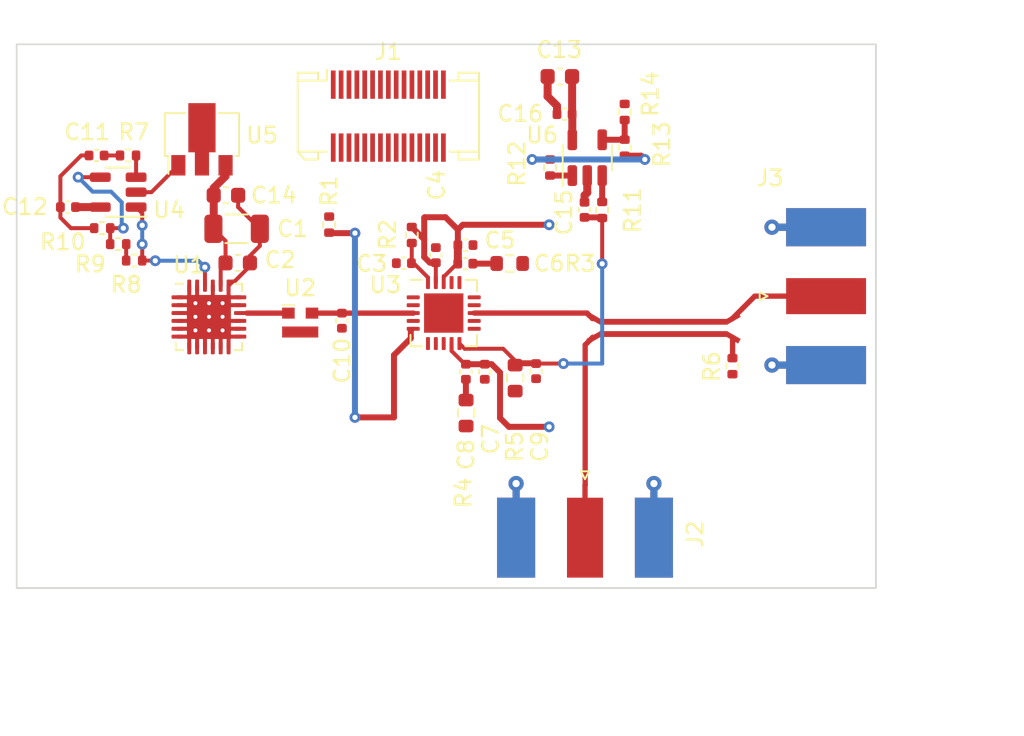
<source format=kicad_pcb>
(kicad_pcb (version 20210824) (generator pcbnew)
  (layers (0 "F.Cu" signal) (1 "In1.Cu" signal) (2 "In2.Cu" signal) (31 "B.Cu" signal) (34 "B.Paste" user) (35 "F.Paste" user) (36 "B.SilkS" user "B.Silkscreen") (37 "F.SilkS" user "F.Silkscreen") (38 "B.Mask" user) (39 "F.Mask" user) (44 "Edge.Cuts" user))
  (net 0 "")
  (net 1 "/3V0")
  (net 2 "GND")
  (net 3 "Net-(C3-Pad1)")
  (net 4 "+5V")
  (net 5 "Net-(C6-Pad2)")
  (net 6 "Net-(C8-Pad2)")
  (net 7 "/PA_DET")
  (net 8 "/DAC")
  (net 9 "+10V")
  (net 10 "+3V3")
  (net 15 "/PA_DET_G")
  (net 20 "/PA_EN")
  (net 21 "Net-(R7-Pad2)")
  (net 22 "/VTUNE")
  (net 23 "Net-(R8-Pad2)")
  (net 24 "Net-(R10-Pad1)")
  (net 25 "Net-(R11-Pad2)")
  (net 26 "Net-(R12-Pad2)")
  (net 27 "Net-(R13-Pad2)")
  (net 29 "/RF_I_PAMP")
  (net 30 "/RF_COUPLER_4")
  (net 31 "/RF_COUPLER_2")
  (net 32 "/RF_COUPLER_3")
  (net 33 "/RF_O_PAMP")
  (net 34 "/RF_O_VCO")
  (footprint "Capacitor_SMD:C_0603_1608Metric" (layer "F.Cu") (at 120.97 67.65)
    (fp_text reference "C14" (at 3.048 0) (layer "F.SilkS"))
    (fp_text value "1 uF")
    (pad "1" smd roundrect locked (at -0.775 0) (size 0.9 0.95) (layers "F.Cu" "F.Paste" "F.Mask") (net 1 "/3V0"))
    (pad "2" smd roundrect locked (at 0.775 0) (size 0.9 0.95) (layers "F.Cu" "F.Paste" "F.Mask") (net 2 "GND"))
  )
  (footprint "Connector_Molex:Molex_SlimStack_52991-0308_2x15_P0.50mm_Vertical" (layer "F.Cu") (at 131.29 62.62)
    (fp_text reference "J1" (at 0 -4.1) (layer "F.SilkS"))
    (fp_text value "Conn_02x15_Counter_Clockwise")
    (pad "1" smd rect locked (at -3.5 -2) (size 0.3 1.8) (layers "F.Cu" "F.Paste" "F.Mask") (net 2 "GND"))
    (pad "2" smd rect locked (at -3.5 2) (size 0.3 1.8) (layers "F.Cu" "F.Paste" "F.Mask") (net 10 "+3V3"))
    (pad "3" smd rect locked (at -3 -2) (size 0.3 1.8) (layers "F.Cu" "F.Paste" "F.Mask") (net 2 "GND"))
    (pad "4" smd rect locked (at -3 2) (size 0.3 1.8) (layers "F.Cu" "F.Paste" "F.Mask") (net 10 "+3V3"))
    (pad "5" smd rect locked (at -2.5 -2) (size 0.3 1.8) (layers "F.Cu" "F.Paste" "F.Mask") (net 10 "+3V3"))
    (pad "6" smd rect locked (at -2.5 2) (size 0.3 1.8) (layers "F.Cu" "F.Paste" "F.Mask") (net 10 "+3V3"))
    (pad "7" smd rect locked (at -2 -2) (size 0.3 1.8) (layers "F.Cu" "F.Paste" "F.Mask") (net 2 "GND"))
    (pad "8" smd rect locked (at -2 2) (size 0.3 1.8) (layers "F.Cu" "F.Paste" "F.Mask") (net 4 "+5V"))
    (pad "9" smd rect locked (at -1.5 -2) (size 0.3 1.8) (layers "F.Cu" "F.Paste" "F.Mask") (net 4 "+5V"))
    (pad "10" smd rect locked (at -1.5 2) (size 0.3 1.8) (layers "F.Cu" "F.Paste" "F.Mask") (net 4 "+5V"))
    (pad "11" smd rect locked (at -1 -2) (size 0.3 1.8) (layers "F.Cu" "F.Paste" "F.Mask") (net 2 "GND"))
    (pad "12" smd rect locked (at -1 2) (size 0.3 1.8) (layers "F.Cu" "F.Paste" "F.Mask") (net 4 "+5V"))
    (pad "13" smd rect locked (at -0.5 -2) (size 0.3 1.8) (layers "F.Cu" "F.Paste" "F.Mask") (net 2 "GND"))
    (pad "14" smd rect locked (at -0.5 2) (size 0.3 1.8) (layers "F.Cu" "F.Paste" "F.Mask") (net 9 "+10V"))
    (pad "15" smd rect locked (at 0 -2) (size 0.3 1.8) (layers "F.Cu" "F.Paste" "F.Mask") (net 2 "GND"))
    (pad "16" smd rect locked (at 0 2) (size 0.3 1.8) (layers "F.Cu" "F.Paste" "F.Mask") (net 10 "+3V3"))
    (pad "17" smd rect locked (at 0.5 -2) (size 0.3 1.8) (layers "F.Cu" "F.Paste" "F.Mask") (net 10 "+3V3"))
    (pad "18" smd rect locked (at 0.5 2) (size 0.3 1.8) (layers "F.Cu" "F.Paste" "F.Mask") (net 2 "GND"))
    (pad "19" smd rect locked (at 1 -2) (size 0.3 1.8) (layers "F.Cu" "F.Paste" "F.Mask"))
    (pad "20" smd rect locked (at 1 2) (size 0.3 1.8) (layers "F.Cu" "F.Paste" "F.Mask"))
    (pad "21" smd rect locked (at 1.5 -2) (size 0.3 1.8) (layers "F.Cu" "F.Paste" "F.Mask") (net 2 "GND"))
    (pad "22" smd rect locked (at 1.5 2) (size 0.3 1.8) (layers "F.Cu" "F.Paste" "F.Mask"))
    (pad "23" smd rect locked (at 2 -2) (size 0.3 1.8) (layers "F.Cu" "F.Paste" "F.Mask"))
    (pad "24" smd rect locked (at 2 2) (size 0.3 1.8) (layers "F.Cu" "F.Paste" "F.Mask"))
    (pad "25" smd rect locked (at 2.5 -2) (size 0.3 1.8) (layers "F.Cu" "F.Paste" "F.Mask"))
    (pad "26" smd rect locked (at 2.5 2) (size 0.3 1.8) (layers "F.Cu" "F.Paste" "F.Mask") (net 2 "GND"))
    (pad "27" smd rect locked (at 3 -2) (size 0.3 1.8) (layers "F.Cu" "F.Paste" "F.Mask"))
    (pad "28" smd rect locked (at 3 2) (size 0.3 1.8) (layers "F.Cu" "F.Paste" "F.Mask"))
    (pad "29" smd rect locked (at 3.5 -2) (size 0.3 1.8) (layers "F.Cu" "F.Paste" "F.Mask") (net 15 "/PA_DET_G"))
    (pad "30" smd rect locked (at 3.5 2) (size 0.3 1.8) (layers "F.Cu" "F.Paste" "F.Mask") (net 20 "/PA_EN"))
  )
  (footprint "RF_Converter:RF_Attenuator_Susumu_PAT1220" (layer "F.Cu") (at 125.69 75.74)
    (fp_text reference "U2" (at 0 -2.2) (layer "F.SilkS"))
    (fp_text value "PAT1220-C-10DB")
    (pad "1" smd rect locked (at -0.75 -0.6) (size 0.8 0.7) (layers "F.Cu" "F.Paste" "F.Mask") (net 34 "/RF_O_VCO"))
    (pad "2" smd rect locked (at 0.75 -0.6) (size 0.8 0.7) (layers "F.Cu" "F.Paste" "F.Mask") (net 29 "/RF_I_PAMP"))
    (pad "3" smd rect locked (at 0 0.6) (size 2.3 0.7) (layers "F.Cu" "F.Paste" "F.Mask") (net 2 "GND"))
  )
  (footprint "Resistor_SMD:R_0402_1005Metric" (layer "F.Cu") (at 127.53 69.515 90)
    (fp_text reference "R1" (at 2.14 0 90) (layer "F.SilkS"))
    (fp_text value "50k")
    (pad "1" smd roundrect locked (at -0.51 0 90) (size 0.54 0.64) (layers "F.Cu" "F.Paste" "F.Mask") (net 20 "/PA_EN"))
    (pad "2" smd roundrect locked (at 0.51 0 90) (size 0.54 0.64) (layers "F.Cu" "F.Paste" "F.Mask") (net 2 "GND"))
  )
  (footprint "Package_DFN_QFN:QFN-24-1EP_4x4mm_P0.5mm_EP2.8x2.8mm" (layer "F.Cu") (at 119.888 75.384)
    (fp_text reference "U1" (at -1.27 -3.302) (layer "F.SilkS"))
    (fp_text value "HMC431")
    (pad "1" smd roundrect locked (at -1.9875 -1.25) (size 0.775 0.25) (layers "F.Cu" "F.Paste" "F.Mask") (net 2 "GND"))
    (pad "2" smd roundrect locked (at -1.9875 -0.75) (size 0.775 0.25) (layers "F.Cu" "F.Paste" "F.Mask") (net 2 "GND"))
    (pad "3" smd roundrect locked (at -1.9875 -0.25) (size 0.775 0.25) (layers "F.Cu" "F.Paste" "F.Mask") (net 2 "GND"))
    (pad "4" smd roundrect locked (at -1.9875 0.25) (size 0.775 0.25) (layers "F.Cu" "F.Paste" "F.Mask") (net 2 "GND"))
    (pad "5" smd roundrect locked (at -1.9875 0.75) (size 0.775 0.25) (layers "F.Cu" "F.Paste" "F.Mask") (net 2 "GND"))
    (pad "6" smd roundrect locked (at -1.9875 1.25) (size 0.775 0.25) (layers "F.Cu" "F.Paste" "F.Mask") (net 2 "GND"))
    (pad "7" smd roundrect locked (at -1.25 1.9875) (size 0.25 0.775) (layers "F.Cu" "F.Paste" "F.Mask") (net 2 "GND"))
    (pad "8" smd roundrect locked (at -0.75 1.9875) (size 0.25 0.775) (layers "F.Cu" "F.Paste" "F.Mask") (net 2 "GND"))
    (pad "9" smd roundrect locked (at -0.25 1.9875) (size 0.25 0.775) (layers "F.Cu" "F.Paste" "F.Mask") (net 2 "GND"))
    (pad "10" smd roundrect locked (at 0.25 1.9875) (size 0.25 0.775) (layers "F.Cu" "F.Paste" "F.Mask") (net 2 "GND"))
    (pad "11" smd roundrect locked (at 0.75 1.9875) (size 0.25 0.775) (layers "F.Cu" "F.Paste" "F.Mask") (net 2 "GND"))
    (pad "12" smd roundrect locked (at 1.25 1.9875) (size 0.25 0.775) (layers "F.Cu" "F.Paste" "F.Mask") (net 2 "GND"))
    (pad "13" smd roundrect locked (at 1.9875 1.25) (size 0.775 0.25) (layers "F.Cu" "F.Paste" "F.Mask") (net 2 "GND"))
    (pad "14" smd roundrect locked (at 1.9875 0.75) (size 0.775 0.25) (layers "F.Cu" "F.Paste" "F.Mask") (net 2 "GND"))
    (pad "15" smd roundrect locked (at 1.9875 0.25) (size 0.775 0.25) (layers "F.Cu" "F.Paste" "F.Mask") (net 2 "GND"))
    (pad "16" smd roundrect locked (at 1.9875 -0.25) (size 0.775 0.25) (layers "F.Cu" "F.Paste" "F.Mask") (net 34 "/RF_O_VCO"))
    (pad "17" smd roundrect locked (at 1.9875 -0.75) (size 0.775 0.25) (layers "F.Cu" "F.Paste" "F.Mask") (net 2 "GND"))
    (pad "18" smd roundrect locked (at 1.9875 -1.25) (size 0.775 0.25) (layers "F.Cu" "F.Paste" "F.Mask") (net 2 "GND"))
    (pad "19" smd roundrect locked (at 1.25 -1.9875) (size 0.25 0.775) (layers "F.Cu" "F.Paste" "F.Mask") (net 2 "GND"))
    (pad "20" smd roundrect locked (at 0.75 -1.9875) (size 0.25 0.775) (layers "F.Cu" "F.Paste" "F.Mask") (net 1 "/3V0"))
    (pad "21" smd roundrect locked (at 0.25 -1.9875) (size 0.25 0.775) (layers "F.Cu" "F.Paste" "F.Mask") (net 2 "GND"))
    (pad "22" smd roundrect locked (at -0.25 -1.9875) (size 0.25 0.775) (layers "F.Cu" "F.Paste" "F.Mask") (net 22 "/VTUNE"))
    (pad "23" smd roundrect locked (at -0.75 -1.9875) (size 0.25 0.775) (layers "F.Cu" "F.Paste" "F.Mask") (net 2 "GND"))
    (pad "24" smd roundrect locked (at -1.25 -1.9875) (size 0.25 0.775) (layers "F.Cu" "F.Paste" "F.Mask") (net 2 "GND"))
    (pad "25" smd rect locked (at 0 0) (size 2.8 2.8) (layers "F.Cu" "F.Mask") (net 2 "GND"))
  )
  (footprint "Resistor_SMD:R_0402_1005Metric" (layer "F.Cu") (at 141.57 65.885 90)
    (fp_text reference "R12" (at 0.24 -2.1 90) (layer "F.SilkS"))
    (fp_text value "10k")
    (pad "1" smd roundrect locked (at -0.51 0 90) (size 0.54 0.64) (layers "F.Cu" "F.Paste" "F.Mask") (net 15 "/PA_DET_G"))
    (pad "2" smd roundrect locked (at 0.51 0 90) (size 0.54 0.64) (layers "F.Cu" "F.Paste" "F.Mask") (net 26 "Net-(R12-Pad2)"))
  )
  (footprint "Capacitor_SMD:C_0402_1005Metric" (layer "F.Cu") (at 110.93 68.4 180)
    (fp_text reference "C12" (at 2.74 0.02) (layer "F.SilkS"))
    (fp_text value "100n")
    (pad "1" smd roundrect locked (at -0.48 0 180) (size 0.56 0.62) (layers "F.Cu" "F.Paste" "F.Mask") (net 9 "+10V"))
    (pad "2" smd roundrect locked (at 0.48 0 180) (size 0.56 0.62) (layers "F.Cu" "F.Paste" "F.Mask") (net 2 "GND"))
  )
  (footprint "Resistor_SMD:R_0402_1005Metric" (layer "F.Cu") (at 146.31 62.355 90)
    (fp_text reference "R14" (at 1.14 1.63 90) (layer "F.SilkS"))
    (fp_text value "10k")
    (pad "1" smd roundrect locked (at -0.51 0 90) (size 0.54 0.64) (layers "F.Cu" "F.Paste" "F.Mask") (net 27 "Net-(R13-Pad2)"))
    (pad "2" smd roundrect locked (at 0.51 0 90) (size 0.54 0.64) (layers "F.Cu" "F.Paste" "F.Mask") (net 2 "GND"))
  )
  (footprint "Capacitor_SMD:C_1206_3216Metric" (layer "F.Cu") (at 121.65 69.78)
    (fp_text reference "C1" (at 3.556 0) (layer "F.SilkS"))
    (fp_text value "4.7 uF")
    (pad "1" smd roundrect locked (at -1.475 0) (size 1.15 1.8) (layers "F.Cu" "F.Paste" "F.Mask") (roundrect_rratio 0.217391) (net 1 "/3V0"))
    (pad "2" smd roundrect locked (at 1.475 0) (size 1.15 1.8) (layers "F.Cu" "F.Paste" "F.Mask") (roundrect_rratio 0.217391) (net 2 "GND"))
  )
  (footprint "Resistor_SMD:R_0603_1608Metric" (layer "F.Cu") (at 136.230002 81.489989 90)
    (fp_text reference "R4" (at -5.065011 -0.170002 90) (layer "F.SilkS"))
    (fp_text value "2")
    (pad "1" smd roundrect locked (at -0.825 0 90) (size 0.8 0.95) (layers "F.Cu" "F.Paste" "F.Mask") (net 2 "GND"))
    (pad "2" smd roundrect locked (at 0.825 0 90) (size 0.8 0.95) (layers "F.Cu" "F.Paste" "F.Mask") (net 6 "Net-(C8-Pad2)"))
  )
  (footprint "Resistor_SMD:R_0402_1005Metric" (layer "F.Cu") (at 144.88 68.585 90)
    (fp_text reference "R11" (at -0.02 1.93 90) (layer "F.SilkS"))
    (fp_text value "100")
    (pad "1" smd roundrect locked (at -0.51 0 90) (size 0.54 0.64) (layers "F.Cu" "F.Paste" "F.Mask") (net 7 "/PA_DET"))
    (pad "2" smd roundrect locked (at 0.51 0 90) (size 0.54 0.64) (layers "F.Cu" "F.Paste" "F.Mask") (net 25 "Net-(R11-Pad2)"))
  )
  (footprint "Package_DFN_QFN:QFN-20-1EP_4x4mm_P0.5mm_EP2.5x2.5mm" (layer "F.Cu") (at 134.81 75.135)
    (fp_text reference "U3" (at -3.71 -1.79) (layer "F.SilkS"))
    (fp_text value "TQP5525")
    (pad "1" smd roundrect locked (at -1.9375 -1) (size 0.825 0.25) (layers "F.Cu" "F.Paste" "F.Mask") (net 2 "GND"))
    (pad "2" smd roundrect locked (at -1.9375 -0.5) (size 0.825 0.25) (layers "F.Cu" "F.Paste" "F.Mask") (net 2 "GND"))
    (pad "3" smd roundrect locked (at -1.9375 0) (size 0.825 0.25) (layers "F.Cu" "F.Paste" "F.Mask") (net 29 "/RF_I_PAMP"))
    (pad "4" smd roundrect locked (at -1.9375 0.5) (size 0.825 0.25) (layers "F.Cu" "F.Paste" "F.Mask") (net 2 "GND"))
    (pad "5" smd roundrect locked (at -1.9375 1) (size 0.825 0.25) (layers "F.Cu" "F.Paste" "F.Mask") (net 20 "/PA_EN"))
    (pad "6" smd roundrect locked (at -1 1.9375) (size 0.25 0.825) (layers "F.Cu" "F.Paste" "F.Mask"))
    (pad "7" smd roundrect locked (at -0.5 1.9375) (size 0.25 0.825) (layers "F.Cu" "F.Paste" "F.Mask"))
    (pad "8" smd roundrect locked (at 0 1.9375) (size 0.25 0.825) (layers "F.Cu" "F.Paste" "F.Mask"))
    (pad "9" smd roundrect locked (at 0.5 1.9375) (size 0.25 0.825) (layers "F.Cu" "F.Paste" "F.Mask") (net 4 "+5V"))
    (pad "10" smd roundrect locked (at 1 1.9375) (size 0.25 0.825) (layers "F.Cu" "F.Paste" "F.Mask") (net 7 "/PA_DET"))
    (pad "11" smd roundrect locked (at 1.9375 1) (size 0.825 0.25) (layers "F.Cu" "F.Paste" "F.Mask") (net 2 "GND"))
    (pad "12" smd roundrect locked (at 1.9375 0.5) (size 0.825 0.25) (layers "F.Cu" "F.Paste" "F.Mask") (net 2 "GND"))
    (pad "13" smd roundrect locked (at 1.9375 0) (size 0.825 0.25) (layers "F.Cu" "F.Paste" "F.Mask") (net 33 "/RF_O_PAMP"))
    (pad "14" smd roundrect locked (at 1.9375 -0.5) (size 0.825 0.25) (layers "F.Cu" "F.Paste" "F.Mask") (net 2 "GND"))
    (pad "15" smd roundrect locked (at 1.9375 -1) (size 0.825 0.25) (layers "F.Cu" "F.Paste" "F.Mask") (net 2 "GND"))
    (pad "16" smd roundrect locked (at 1 -1.9375) (size 0.25 0.825) (layers "F.Cu" "F.Paste" "F.Mask") (net 2 "GND"))
    (pad "17" smd roundrect locked (at 0.5 -1.9375) (size 0.25 0.825) (layers "F.Cu" "F.Paste" "F.Mask") (net 2 "GND"))
    (pad "18" smd roundrect locked (at 0 -1.9375) (size 0.25 0.825) (layers "F.Cu" "F.Paste" "F.Mask") (net 4 "+5V"))
    (pad "19" smd roundrect locked (at -0.5 -1.9375) (size 0.25 0.825) (layers "F.Cu" "F.Paste" "F.Mask") (net 4 "+5V"))
    (pad "20" smd roundrect locked (at -1 -1.9375) (size 0.25 0.825) (layers "F.Cu" "F.Paste" "F.Mask") (net 3 "Net-(C3-Pad1)"))
    (pad "21" smd rect locked (at 0 0) (size 2.5 2.5) (layers "F.Cu" "F.Mask") (net 2 "GND"))
  )
  (footprint "Capacitor_SMD:C_0402_1005Metric" (layer "F.Cu") (at 140.68 78.825 -90)
    (fp_text reference "C9" (at 4.805 -0.23 90) (layer "F.SilkS"))
    (fp_text value "220 pF")
    (pad "1" smd roundrect locked (at -0.48 0 270) (size 0.56 0.62) (layers "F.Cu" "F.Paste" "F.Mask") (net 7 "/PA_DET"))
    (pad "2" smd roundrect locked (at 0.48 0 270) (size 0.56 0.62) (layers "F.Cu" "F.Paste" "F.Mask") (net 2 "GND"))
  )
  (footprint "Capacitor_SMD:C_0402_1005Metric" (layer "F.Cu") (at 134.31 71.455 90)
    (fp_text reference "C4" (at 4.45 0.05 90) (layer "F.SilkS"))
    (fp_text value "0.1 uF")
    (pad "1" smd roundrect locked (at -0.48 0 90) (size 0.56 0.62) (layers "F.Cu" "F.Paste" "F.Mask") (net 4 "+5V"))
    (pad "2" smd roundrect locked (at 0.48 0 90) (size 0.56 0.62) (layers "F.Cu" "F.Paste" "F.Mask") (net 2 "GND"))
  )
  (footprint "Capacitor_SMD:C_0402_1005Metric" (layer "F.Cu") (at 136.22 78.865 -90)
    (fp_text reference "C8" (at 5.27 -0.01 90) (layer "F.SilkS"))
    (fp_text value "220 pF")
    (pad "1" smd roundrect locked (at -0.48 0 270) (size 0.56 0.62) (layers "F.Cu" "F.Paste" "F.Mask") (net 4 "+5V"))
    (pad "2" smd roundrect locked (at 0.48 0 270) (size 0.56 0.62) (layers "F.Cu" "F.Paste" "F.Mask") (net 6 "Net-(C8-Pad2)"))
  )
  (footprint "Capacitor_SMD:C_0402_1005Metric" (layer "F.Cu") (at 137.42 78.865 90)
    (fp_text reference "C7" (at -4.275 0.37 90) (layer "F.SilkS"))
    (fp_text value "10 uF")
    (pad "1" smd roundrect locked (at -0.48 0 90) (size 0.56 0.62) (layers "F.Cu" "F.Paste" "F.Mask") (net 2 "GND"))
    (pad "2" smd roundrect locked (at 0.48 0 90) (size 0.56 0.62) (layers "F.Cu" "F.Paste" "F.Mask") (net 4 "+5V"))
  )
  (footprint "Connector_Coaxial:SMA_Molex_73251-1153_EdgeMount_Horizontal" (layer "F.Cu") (at 143.79 87.69 90)
    (fp_text reference "J2" (at -1.5 7 90) (layer "F.SilkS"))
    (fp_text value "PCB edge")
    (pad "1" smd rect (at -1.72 0 90) (size 5.08 2.29) (layers "F.Cu" "F.Paste" "F.Mask") (net 30 "/RF_COUPLER_4"))
    (pad "2" smd rect (at 1.27 4.38 90) (size 0.95 0.46) (layers "B.Cu") (net 2 "GND"))
    (pad "2" smd rect (at -1.72 4.38 90) (size 5.08 2.42) (layers "F.Cu" "F.Paste" "F.Mask") (net 2 "GND"))
    (pad "2" smd rect (at 1.27 4.38 90) (size 0.95 0.46) (layers "F.Cu") (net 2 "GND"))
    (pad "2" smd rect (at -1.72 4.38 90) (size 5.08 2.42) (layers "B.Cu" "B.Paste" "B.Mask") (net 2 "GND"))
    (pad "2" thru_hole circle (at 1.72 4.38 90) (size 0.97 0.97) (drill 0.46) (layers *.Cu) (net 2 "GND"))
    (pad "2" smd rect (at -1.72 -4.38 90) (size 5.08 2.42) (layers "F.Cu" "F.Paste" "F.Mask") (net 2 "GND"))
    (pad "2" smd rect (at 1.27 -4.38 90) (size 0.95 0.46) (layers "F.Cu") (net 2 "GND"))
    (pad "2" smd rect (at -1.72 -4.38 90) (size 5.08 2.42) (layers "B.Cu" "B.Paste" "B.Mask") (net 2 "GND"))
    (pad "2" thru_hole circle (at 1.72 -4.38 90) (size 0.97 0.97) (drill 0.46) (layers *.Cu) (net 2 "GND"))
    (pad "2" smd rect (at 1.27 -4.38 90) (size 0.95 0.46) (layers "B.Cu") (net 2 "GND"))
  )
  (footprint "Package_TO_SOT_SMD:SOT-23-5" (layer "F.Cu") (at 114.124 67.452 180)
    (fp_text reference "U4" (at -3.236 -1.138) (layer "F.SilkS"))
    (fp_text value "TS971ILT")
    (pad "1" smd roundrect locked (at -1.1375 -0.95 180) (size 1.325 0.6) (layers "F.Cu" "F.Paste" "F.Mask") (net 22 "/VTUNE"))
    (pad "2" smd roundrect locked (at -1.1375 0 180) (size 1.325 0.6) (layers "F.Cu" "F.Paste" "F.Mask") (net 2 "GND"))
    (pad "3" smd roundrect locked (at -1.1375 0.95 180) (size 1.325 0.6) (layers "F.Cu" "F.Paste" "F.Mask") (net 21 "Net-(R7-Pad2)"))
    (pad "4" smd roundrect locked (at 1.1375 0.95 180) (size 1.325 0.6) (layers "F.Cu" "F.Paste" "F.Mask") (net 24 "Net-(R10-Pad1)"))
    (pad "5" smd roundrect locked (at 1.1375 -0.95 180) (size 1.325 0.6) (layers "F.Cu" "F.Paste" "F.Mask") (net 9 "+10V"))
  )
  (footprint "Resistor_SMD:R_0402_1005Metric" (layer "F.Cu") (at 153.160007 78.510001 -90)
    (fp_text reference "R6" (at 0.03 1.31 90) (layer "F.SilkS"))
    (fp_text value "49.9")
    (pad "1" smd roundrect locked (at -0.51 0 270) (size 0.54 0.64) (layers "F.Cu" "F.Paste" "F.Mask") (net 32 "/RF_COUPLER_3"))
    (pad "2" smd roundrect locked (at 0.51 0 270) (size 0.54 0.64) (layers "F.Cu" "F.Paste" "F.Mask") (net 2 "GND"))
  )
  (footprint "Resistor_SMD:R_0402_1005Metric" (layer "F.Cu") (at 113.108 69.738 180)
    (fp_text reference "R10" (at 2.508 -0.882) (layer "F.SilkS"))
    (fp_text value "10k")
    (pad "1" smd roundrect locked (at -0.51 0 180) (size 0.54 0.64) (layers "F.Cu" "F.Paste" "F.Mask") (net 24 "Net-(R10-Pad1)"))
    (pad "2" smd roundrect locked (at 0.51 0 180) (size 0.54 0.64) (layers "F.Cu" "F.Paste" "F.Mask") (net 2 "GND"))
  )
  (footprint "Connector_Coaxial:SMA_Molex_73251-1153_EdgeMount_Horizontal" (layer "F.Cu") (at 157.390007 74.060001 180)
    (fp_text reference "J3" (at 1.84 7.498) (layer "F.SilkS"))
    (fp_text value "PCB edge")
    (pad "1" smd rect (at -1.72 0 180) (size 5.08 2.29) (layers "F.Cu" "F.Paste" "F.Mask") (net 31 "/RF_COUPLER_2"))
    (pad "2" smd rect (at 1.27 4.38 180) (size 0.95 0.46) (layers "B.Cu") (net 2 "GND"))
    (pad "2" smd rect (at 1.27 4.38 180) (size 0.95 0.46) (layers "F.Cu") (net 2 "GND"))
    (pad "2" thru_hole circle (at 1.72 -4.38 180) (size 0.97 0.97) (drill 0.46) (layers *.Cu) (net 2 "GND"))
    (pad "2" smd rect (at -1.72 4.38 180) (size 5.08 2.42) (layers "F.Cu" "F.Paste" "F.Mask") (net 2 "GND"))
    (pad "2" smd rect (at -1.72 -4.38 180) (size 5.08 2.42) (layers "B.Cu" "B.Paste" "B.Mask") (net 2 "GND"))
    (pad "2" smd rect (at 1.27 -4.38 180) (size 0.95 0.46) (layers "B.Cu") (net 2 "GND"))
    (pad "2" smd rect (at 1.27 -4.38 180) (size 0.95 0.46) (layers "F.Cu") (net 2 "GND"))
    (pad "2" smd rect (at -1.72 -4.38 180) (size 5.08 2.42) (layers "F.Cu" "F.Paste" "F.Mask") (net 2 "GND"))
    (pad "2" thru_hole circle (at 1.72 4.38 180) (size 0.97 0.97) (drill 0.46) (layers *.Cu) (net 2 "GND"))
    (pad "2" smd rect (at -1.72 4.38 180) (size 5.08 2.42) (layers "B.Cu" "B.Paste" "B.Mask") (net 2 "GND"))
  )
  (footprint "Package_TO_SOT_SMD:SOT-23-5" (layer "F.Cu") (at 143.932 65.261 90)
    (fp_text reference "U6" (at 1.436 -2.872 180) (layer "F.SilkS"))
    (fp_text value "TS971ILT")
    (pad "1" smd roundrect locked (at -1.1375 -0.95 90) (size 1.325 0.6) (layers "F.Cu" "F.Paste" "F.Mask") (net 15 "/PA_DET_G"))
    (pad "2" smd roundrect locked (at -1.1375 0 90) (size 1.325 0.6) (layers "F.Cu" "F.Paste" "F.Mask") (net 2 "GND"))
    (pad "3" smd roundrect locked (at -1.1375 0.95 90) (size 1.325 0.6) (layers "F.Cu" "F.Paste" "F.Mask") (net 25 "Net-(R11-Pad2)"))
    (pad "4" smd roundrect locked (at 1.1375 0.95 90) (size 1.325 0.6) (layers "F.Cu" "F.Paste" "F.Mask") (net 27 "Net-(R13-Pad2)"))
    (pad "5" smd roundrect locked (at 1.1375 -0.95 90) (size 1.325 0.6) (layers "F.Cu" "F.Paste" "F.Mask") (net 10 "+3V3"))
  )
  (footprint "Capacitor_SMD:C_0402_1005Metric" (layer "F.Cu") (at 136.19 70.815)
    (fp_text reference "C5" (at 2.19 -0.31) (layer "F.SilkS"))
    (fp_text value "10 uF")
    (pad "1" smd roundrect locked (at -0.48 0) (size 0.56 0.62) (layers "F.Cu" "F.Paste" "F.Mask") (net 4 "+5V"))
    (pad "2" smd roundrect locked (at 0.48 0) (size 0.56 0.62) (layers "F.Cu" "F.Paste" "F.Mask") (net 2 "GND"))
  )
  (footprint "Resistor_SMD:R_0402_1005Metric" (layer "F.Cu") (at 132.78 70.175 -90)
    (fp_text reference "R2" (at -0.02 1.54 90) (layer "F.SilkS"))
    (fp_text value "27")
    (pad "1" smd roundrect locked (at -0.51 0 270) (size 0.54 0.64) (layers "F.Cu" "F.Paste" "F.Mask") (net 4 "+5V"))
    (pad "2" smd roundrect locked (at 0.51 0 270) (size 0.54 0.64) (layers "F.Cu" "F.Paste" "F.Mask") (net 3 "Net-(C3-Pad1)"))
  )
  (footprint "Resistor_SMD:R_0603_1608Metric" (layer "F.Cu") (at 139.35 79.27 -90)
    (fp_text reference "R5" (at 4.36 0.03 90) (layer "F.SilkS"))
    (fp_text value "27.4k")
    (pad "1" smd roundrect locked (at -0.825 0 270) (size 0.8 0.95) (layers "F.Cu" "F.Paste" "F.Mask") (net 7 "/PA_DET"))
    (pad "2" smd roundrect locked (at 0.825 0 270) (size 0.8 0.95) (layers "F.Cu" "F.Paste" "F.Mask") (net 2 "GND"))
  )
  (footprint "Resistor_SMD:R_0402_1005Metric" (layer "F.Cu") (at 115.14 71.8 180)
    (fp_text reference "R8" (at 0.508 -1.524) (layer "F.SilkS"))
    (fp_text value "10k")
    (pad "1" smd roundrect locked (at -0.51 0 180) (size 0.54 0.64) (layers "F.Cu" "F.Paste" "F.Mask") (net 22 "/VTUNE"))
    (pad "2" smd roundrect locked (at 0.51 0 180) (size 0.54 0.64) (layers "F.Cu" "F.Paste" "F.Mask") (net 23 "Net-(R8-Pad2)"))
  )
  (footprint "Capacitor_SMD:C_0402_1005Metric" (layer "F.Cu") (at 143.76 68.575 -90)
    (fp_text reference "C15" (at 0.17 1.31 90) (layer "F.SilkS"))
    (fp_text value "100n")
    (pad "1" smd roundrect locked (at -0.48 0 270) (size 0.56 0.62) (layers "F.Cu" "F.Paste" "F.Mask") (net 2 "GND"))
    (pad "2" smd roundrect locked (at 0.48 0 270) (size 0.56 0.62) (layers "F.Cu" "F.Paste" "F.Mask") (net 7 "/PA_DET"))
  )
  (footprint "Capacitor_SMD:C_0402_1005Metric" (layer "F.Cu") (at 112.75 65.12)
    (fp_text reference "C11" (at -0.6 -1.49) (layer "F.SilkS"))
    (fp_text value "100n")
    (pad "1" smd roundrect locked (at -0.48 0) (size 0.56 0.62) (layers "F.Cu" "F.Paste" "F.Mask") (net 2 "GND"))
    (pad "2" smd roundrect locked (at 0.48 0) (size 0.56 0.62) (layers "F.Cu" "F.Paste" "F.Mask") (net 8 "/DAC"))
  )
  (footprint "RF_traces:-24 dB coupler 5.5 GHz OSHpark 4 layers" (layer "F.Cu") (at 148.78 76.08)
    (fp_text reference "RF1" hide)
    (fp_text value "Coupler")
    (fp_rect (start -4.03958 -0.573993) (end 4.03958 -0.203247) (layer "F.Cu") (width 0) (fill solid))
    (fp_rect (start -4.03958 0.573993) (end 4.03958 0.203247) (layer "F.Cu") (width 0) (fill solid))
    (pad "1" smd rect (at -4.388 -0.6 330) (size 1 0.338074) (layers "F.Cu" "F.Mask") (net 33 "/RF_O_PAMP"))
    (pad "2" smd rect (at 4.388 -0.6 30) (size 1 0.338074) (layers "F.Cu" "F.Mask") (net 31 "/RF_COUPLER_2"))
    (pad "3" smd rect (at 4.388 0.6 330) (size 1 0.338074) (layers "F.Cu" "F.Mask") (net 32 "/RF_COUPLER_3"))
    (pad "4" smd rect (at -4.388 0.6 30) (size 1 0.338074) (layers "F.Cu" "F.Mask") (net 30 "/RF_COUPLER_4"))
  )
  (footprint "Resistor_SMD:R_0402_1005Metric" (layer "F.Cu") (at 114.124 70.754 180)
    (fp_text reference "R9" (at 1.778 -1.27) (layer "F.SilkS"))
    (fp_text value "10k")
    (pad "1" smd roundrect locked (at -0.51 0 180) (size 0.54 0.64) (layers "F.Cu" "F.Paste" "F.Mask") (net 23 "Net-(R8-Pad2)"))
    (pad "2" smd roundrect locked (at 0.51 0 180) (size 0.54 0.64) (layers "F.Cu" "F.Paste" "F.Mask") (net 24 "Net-(R10-Pad1)"))
  )
  (footprint "Package_TO_SOT_SMD:SOT-89-3" (layer "F.Cu") (at 119.446 64.094 90)
    (fp_text reference "U5" (at 0.254 3.81 180) (layer "F.SilkS"))
    (fp_text value "MCP1700T-3002E/MB")
    (pad "1" smd rect locked (at -1.65 -1.5 90) (size 1.3 0.9) (layers "F.Cu" "F.Paste" "F.Mask") (net 2 "GND"))
    (pad "2" smd custom locked (at -1.5625 0 90) (size 1.475 0.9) (layers "F.Cu" "F.Paste" "F.Mask") (net 10 "+3V3") (options (clearance outline) (anchor rect)) (primitives (gr_poly (pts (xy 3.8625 0.8665) (xy 0.7375 0.8665) (xy 0.7375 -0.8665) (xy 3.8625 -0.8665)) (width 0) (fill yes))))
    (pad "3" smd rect locked (at -1.65 1.5 90) (size 1.3 0.9) (layers "F.Cu" "F.Paste" "F.Mask") (net 1 "/3V0"))
  )
  (footprint "Capacitor_SMD:C_0402_1005Metric" (layer "F.Cu") (at 136.18 71.995)
    (fp_text reference "C6" (at 5.33 -0.015) (layer "F.SilkS"))
    (fp_text value "220 pF")
    (pad "1" smd roundrect locked (at -0.48 0) (size 0.56 0.62) (layers "F.Cu" "F.Paste" "F.Mask") (net 4 "+5V"))
    (pad "2" smd roundrect locked (at 0.48 0) (size 0.56 0.62) (layers "F.Cu" "F.Paste" "F.Mask") (net 5 "Net-(C6-Pad2)"))
  )
  (footprint "Capacitor_SMD:C_0603_1608Metric" (layer "F.Cu") (at 121.72 71.95)
    (fp_text reference "C2" (at 2.69 -0.2) (layer "F.SilkS"))
    (fp_text value "10,000 pF")
    (pad "1" smd roundrect locked (at -0.775 0) (size 0.9 0.95) (layers "F.Cu" "F.Paste" "F.Mask") (net 1 "/3V0"))
    (pad "2" smd roundrect locked (at 0.775 0) (size 0.9 0.95) (layers "F.Cu" "F.Paste" "F.Mask") (net 2 "GND"))
  )
  (footprint "Resistor_SMD:R_0402_1005Metric" (layer "F.Cu") (at 114.75 65.12)
    (fp_text reference "R7" (at 0.37 -1.49) (layer "F.SilkS"))
    (fp_text value "100")
    (pad "1" smd roundrect locked (at -0.51 0) (size 0.54 0.64) (layers "F.Cu" "F.Paste" "F.Mask") (net 8 "/DAC"))
    (pad "2" smd roundrect locked (at 0.51 0) (size 0.54 0.64) (layers "F.Cu" "F.Paste" "F.Mask") (net 21 "Net-(R7-Pad2)"))
  )
  (footprint "Resistor_SMD:R_0603_1608Metric" (layer "F.Cu") (at 139 71.985 180)
    (fp_text reference "R3" (at -4.48 0.005) (layer "F.SilkS"))
    (fp_text value "2")
    (pad "1" smd roundrect locked (at -0.825 0 180) (size 0.8 0.95) (layers "F.Cu" "F.Paste" "F.Mask") (net 2 "GND"))
    (pad "2" smd roundrect locked (at 0.825 0 180) (size 0.8 0.95) (layers "F.Cu" "F.Paste" "F.Mask") (net 5 "Net-(C6-Pad2)"))
  )
  (footprint "Resistor_SMD:R_0402_1005Metric" (layer "F.Cu") (at 146.31 64.625 90)
    (fp_text reference "R13" (at 0.21 2.37 90) (layer "F.SilkS"))
    (fp_text value "10k")
    (pad "1" smd roundrect locked (at -0.51 0 90) (size 0.54 0.64) (layers "F.Cu" "F.Paste" "F.Mask") (net 26 "Net-(R12-Pad2)"))
    (pad "2" smd roundrect locked (at 0.51 0 90) (size 0.54 0.64) (layers "F.Cu" "F.Paste" "F.Mask") (net 27 "Net-(R13-Pad2)"))
  )
  (footprint "Capacitor_SMD:C_0603_1608Metric" (layer "F.Cu") (at 142.19 60.105 180)
    (fp_text reference "C13" (at 0.04 1.7) (layer "F.SilkS"))
    (fp_text value "1 uF")
    (pad "1" smd roundrect locked (at -0.775 0 180) (size 0.9 0.95) (layers "F.Cu" "F.Paste" "F.Mask") (net 10 "+3V3"))
    (pad "2" smd roundrect locked (at 0.775 0 180) (size 0.9 0.95) (layers "F.Cu" "F.Paste" "F.Mask") (net 2 "GND"))
  )
  (footprint "Capacitor_SMD:C_0402_1005Metric" (layer "F.Cu") (at 128.34 75.62 -90)
    (fp_text reference "C10" (at 2.54 -0.02 90) (layer "F.SilkS"))
    (fp_text value "0.3 pF")
    (pad "1" smd roundrect locked (at -0.48 0 270) (size 0.56 0.62) (layers "F.Cu" "F.Paste" "F.Mask") (net 29 "/RF_I_PAMP"))
    (pad "2" smd roundrect locked (at 0.48 0 270) (size 0.56 0.62) (layers "F.Cu" "F.Paste" "F.Mask") (net 2 "GND"))
  )
  (footprint "Capacitor_SMD:C_0402_1005Metric" (layer "F.Cu") (at 142.49 62.495 180)
    (fp_text reference "C16" (at 2.81 0.04) (layer "F.SilkS"))
    (fp_text value "100n")
    (pad "1" smd roundrect locked (at -0.48 0 180) (size 0.56 0.62) (layers "F.Cu" "F.Paste" "F.Mask") (net 10 "+3V3"))
    (pad "2" smd roundrect locked (at 0.48 0 180) (size 0.56 0.62) (layers "F.Cu" "F.Paste" "F.Mask") (net 2 "GND"))
  )
  (footprint "Capacitor_SMD:C_0402_1005Metric" (layer "F.Cu") (at 132.28 71.965 180)
    (fp_text reference "C3" (at 2.05 -0.03) (layer "F.SilkS"))
    (fp_text value "0.1 uF")
    (pad "1" smd roundrect locked (at -0.48 0 180) (size 0.56 0.62) (layers "F.Cu" "F.Paste" "F.Mask") (net 3 "Net-(C3-Pad1)"))
    (pad "2" smd roundrect locked (at 0.48 0 180) (size 0.56 0.62) (layers "F.Cu" "F.Paste" "F.Mask") (net 2 "GND"))
  )
  (gr_line (start 121.130009 73.11) (end 121.420001 73.11) (layer "F.Cu") (width 0.2))
  (gr_rect (start 107.67 58.06) (end 162.28 92.61) (layer "Edge.Cuts") (width 0.1) (fill none))
  (segment (start 120.638 72.257) (end 120.945 71.95) (width 0.254) (layer "F.Cu") (net 1))
  (segment (start 120.945 70.55) (end 120.175 69.78) (width 0.254) (layer "F.Cu") (net 1))
  (segment (start 120.195 67.185) (end 120.946 66.434) (width 0.508) (layer "F.Cu") (net 1))
  (segment (start 120.638 73.3965) (end 120.638 72.257) (width 0.254) (layer "F.Cu") (net 1))
  (segment (start 120.19501 67.650004) (end 120.19501 69.760008) (width 0.508) (layer "F.Cu") (net 1))
  (segment (start 120.195 67.65) (end 120.195 67.185) (width 0.508) (layer "F.Cu") (net 1))
  (segment (start 120.945 71.95) (end 120.945 70.55) (width 0.254) (layer "F.Cu") (net 1))
  (segment (start 120.946 66.434) (end 120.946 65.744) (width 0.508) (layer "F.Cu") (net 1))
  (segment (start 120.195 69.76) (end 120.175 69.78) (width 0.254) (layer "F.Cu") (net 1))
  (segment (start 120.638 77.3715) (end 120.638 76.134) (width 0.254) (layer "F.Cu") (net 2))
  (segment (start 142.01 62.495) (end 142.01 61.965) (width 0.508) (layer "F.Cu") (net 2))
  (segment (start 120.138 73.3965) (end 120.138 75.134) (width 0.254) (layer "F.Cu") (net 2))
  (segment (start 120.638 74.634) (end 119.888 75.384) (width 0.254) (layer "F.Cu") (net 2))
  (segment (start 119.138 77.3715) (end 119.138 76.134) (width 0.254) (layer "F.Cu") (net 2))
  (segment (start 117.9005 74.134) (end 118.638 74.134) (width 0.254) (layer "F.Cu") (net 2))
  (segment (start 117.9005 75.134) (end 119.638 75.134) (width 0.254) (layer "F.Cu") (net 2))
  (segment (start 141.41 61.365) (end 141.415 61.36) (width 0.508) (layer "F.Cu") (net 2))
  (segment (start 112.598 69.738) (end 111.118 69.738) (width 0.254) (layer "F.Cu") (net 2))
  (segment (start 117.9005 75.634) (end 119.638 75.634) (width 0.254) (layer "F.Cu") (net 2))
  (segment (start 141.415 61.36) (end 141.415 60.105) (width 0.508) (layer "F.Cu") (net 2))
  (segment (start 122.495 71.95) (end 122.495 71.495) (width 0.254) (layer "F.Cu") (net 2))
  (segment (start 119.138 73.3965) (end 119.138 74.634) (width 0.254) (layer "F.Cu") (net 2))
  (segment (start 121.138 73.3965) (end 121.4045 73.13) (width 0.254) (layer "F.Cu") (net 2))
  (segment (start 110.45 68.4) (end 110.45 66.44) (width 0.254) (layer "F.Cu") (net 2))
  (segment (start 120.638 76.134) (end 119.888 75.384) (width 0.254) (layer "F.Cu") (net 2))
  (segment (start 121.8755 76.634) (end 121.138 76.634) (width 0.254) (layer "F.Cu") (net 2))
  (segment (start 122.495 71.495) (end 123.125 70.865) (width 0.254) (layer "F.Cu") (net 2))
  (segment (start 143.76 67.655) (end 143.932 67.483) (width 0.508) (layer "F.Cu") (net 2))
  (segment (start 122.495 72.1475) (end 122.495 71.95) (width 0.254) (layer "F.Cu") (net 2))
  (segment (start 117.9005 76.634) (end 118.638 76.634) (width 0.254) (layer "F.Cu") (net 2))
  (segment (start 121.745 68.4) (end 123.125 69.78) (width 0.254) (layer "F.Cu") (net 2))
  (segment (start 121.8755 76.134) (end 120.638 76.134) (width 0.254) (layer "F.Cu") (net 2))
  (segment (start 121.138 74.134) (end 119.888 75.384) (width 0.254) (layer "F.Cu") (net 2))
  (segment (start 110.45 66.44) (end 111.77 65.12) (width 0.254) (layer "F.Cu") (net 2))
  (segment (start 116.238 67.452) (end 117.946 65.744) (width 0.254) (layer "F.Cu") (net 2))
  (segment (start 142.01 61.965) (end 141.41 61.365) (width 0.508) (layer "F.Cu") (net 2))
  (segment (start 111.77 65.12) (end 112.27 65.12) (width 0.254) (layer "F.Cu") (net 2))
  (segment (start 121.138 73.3965) (end 121.138 74.134) (width 0.254) (layer "F.Cu") (net 2))
  (segment (start 120.138 75.634) (end 119.888 75.384) (width 0.254) (layer "F.Cu") (net 2))
  (segment (start 119.638 77.3715) (end 119.638 75.634) (width 0.254) (layer "F.Cu") (net 2))
  (segment (start 120.138 75.134) (end 119.888 75.384) (width 0.254) (layer "F.Cu") (net 2))
  (segment (start 118.638 77.3715) (end 118.638 76.634) (width 0.254) (layer "F.Cu") (net 2))
  (segment (start 143.76 68.095) (end 143.76 67.655) (width 0.508) (layer "F.Cu") (net 2))
  (segment (start 121.745 67.65) (end 121.745 68.4) (width 0.254) (layer "F.Cu") (net 2))
  (segment (start 121.8755 74.634) (end 120.638 74.634) (width 0.254) (layer "F.Cu") (net 2))
  (segment (start 121.138 77.3715) (end 121.138 76.634) (width 0.254) (layer "F.Cu") (net 2))
  (segment (start 119.138 76.134) (end 119.888 75.384) (width 0.254) (layer "F.Cu") (net 2))
  (segment (start 110.45 69.07) (end 110.45 68.4) (width 0.254) (layer "F.Cu") (net 2))
  (segment (start 117.9005 74.634) (end 119.138 74.634) (width 0.254) (layer "F.Cu") (net 2))
  (segment (start 118.638 74.134) (end 119.888 75.384) (width 0.254) (layer "F.Cu") (net 2))
  (segment (start 121.8755 74.134) (end 121.138 74.134) (width 0.254) (layer "F.Cu") (net 2))
  (segment (start 119.638 75.134) (end 119.888 75.384) (width 0.254) (layer "F.Cu") (net 2))
  (segment (start 117.9005 76.134) (end 119.138 76.134) (width 0.254) (layer "F.Cu") (net 2))
  (segment (start 121.138 76.634) (end 119.888 75.384) (width 0.254) (layer "F.Cu") (net 2))
  (segment (start 118.638 76.634) (end 119.888 75.384) (width 0.254) (layer "F.Cu") (net 2))
  (segment (start 119.138 74.634) (end 119.888 75.384) (width 0.254) (layer "F.Cu") (net 2))
  (segment (start 118.638 73.3965) (end 118.638 74.134) (width 0.254) (layer "F.Cu") (net 2))
  (segment (start 121.4045 73.13) (end 121.5125 73.13) (width 0.254) (layer "F.Cu") (net 2))
  (segment (start 123.125 70.865) (end 123.125 69.78) (width 0.254) (layer "F.Cu") (net 2))
  (segment (start 111.118 69.738) (end 110.45 69.07) (width 0.254) (layer "F.Cu") (net 2))
  (segment (start 121.5125 73.13) (end 122.495 72.1475) (width 0.254) (layer "F.Cu") (net 2))
  (segment (start 121.8755 75.634) (end 120.138 75.634) (width 0.254) (layer "F.Cu") (net 2))
  (segment (start 115.2615 67.452) (end 116.238 67.452) (width 0.254) (layer "F.Cu") (net 2))
  (segment (start 119.638 75.634) (end 119.888 75.384) (width 0.254) (layer "F.Cu") (net 2))
  (segment (start 120.138 77.3715) (end 120.138 75.634) (width 0.254) (layer "F.Cu") (net 2))
  (segment (start 143.932 67.483) (end 143.932 66.3985) (width 0.508) (layer "F.Cu") (net 2))
  (via (at 119.89422 75.37286) (size 0.25401) (drill 0.254) (layers "F.Cu" "B.Cu") (net 2))
  (via (at 120.75782 74.50926) (size 0.25401) (drill 0.254) (layers "F.Cu" "B.Cu") (net 2))
  (via (at 119.89422 74.50926) (size 0.25401) (drill 0.254) (layers "F.Cu" "B.Cu") (net 2))
  (via (at 119.03062 74.50926) (size 0.25401) (drill 0.254) (layers "F.Cu" "B.Cu") (net 2))
  (via (at 120.75782 75.37286) (size 0.25401) (drill 0.254) (layers "F.Cu" "B.Cu") (net 2))
  (via (at 120.75782 76.23646) (size 0.25401) (drill 0.254) (layers "F.Cu" "B.Cu") (net 2))
  (via (at 119.89422 76.23646) (size 0.25401) (drill 0.254) (layers "F.Cu" "B.Cu") (net 2))
  (via (at 119.03062 76.23646) (size 0.25401) (drill 0.254) (layers "F.Cu" "B.Cu") (net 2))
  (via (at 119.03062 75.37286) (size 0.25401) (drill 0.254) (layers "F.Cu" "B.Cu") (net 2))
  (segment (start 132.78 70.685) (end 132.78 71.945) (width 0.254) (layer "F.Cu") (net 3))
  (segment (start 133.81 73.1975) (end 133.81 72.875) (width 0.254) (layer "F.Cu") (net 3))
  (segment (start 133.81 72.875) (end 132.9 71.965) (width 0.254) (layer "F.Cu") (net 3))
  (segment (start 132.78 71.945) (end 132.76 71.965) (width 0.254) (layer "F.Cu") (net 3))
  (segment (start 132.9 71.965) (end 132.76 71.965) (width 0.254) (layer "F.Cu") (net 3))
  (segment (start 133.570013 71.574997) (end 133.570013 70.45501) (width 0.381) (layer "F.Cu") (net 4))
  (segment (start 137.42 78.385) (end 137.86 78.385) (width 0.381) (layer "F.Cu") (net 4))
  (segment (start 134.92 69.045) (end 133.6 69.045) (width 0.381) (layer "F.Cu") (net 4))
  (segment (start 135.709988 70.815004) (end 135.709988 71.985004) (width 0.508) (layer "F.Cu") (net 4))
  (segment (start 138.39 78.915) (end 138.39 81.805) (width 0.381) (layer "F.Cu") (net 4))
  (segment (start 135.71 71.985) (end 135.7 71.995) (width 0.127) (layer "F.Cu") (net 4))
  (segment (start 138.39 81.805) (end 138.95 82.365) (width 0.381) (layer "F.Cu") (net 4))
  (segment (start 133.930007 71.934991) (end 133.570013 71.574997) (width 0.381) (layer "F.Cu") (net 4))
  (segment (start 133.570013 70.45501) (end 132.779996 69.664993) (width 0.381) (layer "F.Cu") (net 4))
  (segment (start 136.149991 78.384991) (end 135.309989 77.544989) (width 0.254) (layer "F.Cu") (net 4))
  (segment (start 136.02 69.525) (end 135.71 69.835) (width 0.381) (layer "F.Cu") (net 4))
  (segment (start 134.81 73.1975) (end 134.81 72.785001) (width 0.127) (layer "F.Cu") (net 4))
  (segment (start 138.95 82.365) (end 141.51 82.365) (width 0.381) (layer "F.Cu") (net 4))
  (segment (start 134.309991 73.197498) (end 134.309991 71.934991) (width 0.254) (layer "F.Cu") (net 4))
  (segment (start 141.51 69.525) (end 136.02 69.525) (width 0.381) (layer "F.Cu") (net 4))
  (segment (start 133.57 71.575) (end 133.56 71.585) (width 0.127) (layer "F.Cu") (net 4))
  (segment (start 135.71 70.815) (end 135.71 69.835) (width 0.381) (layer "F.Cu") (net 4))
  (segment (start 135.71 69.835) (end 134.92 69.045) (width 0.381) (layer "F.Cu") (net 4))
  (segment (start 134.309991 71.934991) (end 133.930007 71.934991) (width 0.381) (layer "F.Cu") (net 4))
  (segment (start 137.86 78.385) (end 138.39 78.915) (width 0.381) (layer "F.Cu") (net 4))
  (segment (start 133.6 69.045) (end 133.57 69.075) (width 0.381) (layer "F.Cu") (net 4))
  (segment (start 134.80999 72.785002) (end 134.861346 72.785002) (width 0.254) (layer "F.Cu") (net 4))
  (segment (start 135.600006 72.046342) (end 135.600006 71.995011) (width 0.254) (layer "F.Cu") (net 4))
  (segment (start 134.861346 72.785002) (end 135.600006 72.046342) (width 0.254) (layer "F.Cu") (net 4))
  (segment (start 135.600001 71.995) (end 135.7 71.995) (width 0.127) (layer "F.Cu") (net 4))
  (segment (start 136.219995 78.384991) (end 136.149991 78.384991) (width 0.254) (layer "F.Cu") (net 4))
  (segment (start 133.57 69.075) (end 133.57 70.425) (width 0.381) (layer "F.Cu") (net 4))
  (segment (start 136.22 78.385) (end 137.42 78.385) (width 0.381) (layer "F.Cu") (net 4))
  (segment (start 135.309989 77.544989) (end 135.309989 77.072497) (width 0.254) (layer "F.Cu") (net 4))
  (segment (start 133.54 70.425) (end 133.57 70.425) (width 0.127) (layer "F.Cu") (net 4))
  (via (at 141.510004 82.365012) (size 0.6858) (drill 0.3302) (layers "F.Cu" "B.Cu") (net 4))
  (via (at 141.510004 69.525007) (size 0.6858) (drill 0.3302) (layers "F.Cu" "B.Cu") (net 4))
  (segment (start 138.165 71.995) (end 138.175 71.985) (width 0.254) (layer "F.Cu") (net 5))
  (segment (start 136.659999 71.995011) (end 138.165 71.995011) (width 0.381) (layer "F.Cu") (net 5))
  (segment (start 136.22 79.345) (end 136.22 80.654987) (width 0.381) (layer "F.Cu") (net 6))
  (segment (start 136.22 80.654987) (end 136.230002 80.664989) (width 0.381) (layer "F.Cu") (net 6))
  (segment (start 144.84 69.055) (end 144.88 69.095) (width 0.381) (layer "F.Cu") (net 7))
  (segment (start 139.35 78.165) (end 139.35 78.445) (width 0.254) (layer "F.Cu") (net 7))
  (segment (start 143.76 69.055) (end 144.84 69.055) (width 0.381) (layer "F.Cu") (net 7))
  (segment (start 136.1425 77.405) (end 138.59 77.405) (width 0.254) (layer "F.Cu") (net 7))
  (segment (start 142.42 78.345) (end 140.68 78.345) (width 0.254) (layer "F.Cu") (net 7))
  (segment (start 135.81 77.0725) (end 136.1425 77.405) (width 0.254) (layer "F.Cu") (net 7))
  (segment (start 144.88 72.005) (end 144.88 69.095) (width 0.254) (layer "F.Cu") (net 7))
  (segment (start 139.325002 78.325) (end 140.554997 78.325) (width 0.381) (layer "F.Cu") (net 7))
  (segment (start 140.58 78.445) (end 140.68 78.345) (width 0.254) (layer "F.Cu") (net 7))
  (segment (start 138.59 77.405) (end 139.35 78.165) (width 0.254) (layer "F.Cu") (net 7))
  (via (at 142.42001 78.345005) (size 0.6858) (drill 0.3302) (layers "F.Cu" "B.Cu") (net 7))
  (via (at 144.88 72.005012) (size 0.6858) (drill 0.3302) (layers "F.Cu" "B.Cu") (net 7))
  (segment (start 144.88 78.345) (end 144.88 72.005) (width 0.254) (layer "B.Cu") (net 7))
  (segment (start 144.88 78.345) (end 142.42 78.345) (width 0.254) (layer "B.Cu") (net 7))
  (segment (start 113.23 65.12) (end 114.24 65.12) (width 0.254) (layer "F.Cu") (net 8))
  (segment (start 112.9865 68.402) (end 111.412 68.402) (width 0.508) (layer "F.Cu") (net 9))
  (segment (start 111.412 68.402) (end 111.41 68.4) (width 0.508) (layer "F.Cu") (net 9))
  (segment (start 119.69 65.4125) (end 119.446 65.6565) (width 0.127) (layer "F.Cu") (net 10))
  (segment (start 142.982 62.507) (end 142.97 62.495) (width 0.508) (layer "F.Cu") (net 10))
  (segment (start 119.7 65.4025) (end 119.446 65.6565) (width 0.127) (layer "F.Cu") (net 10))
  (segment (start 142.97 62.495) (end 142.97 60.11) (width 0.508) (layer "F.Cu") (net 10))
  (segment (start 142.97 60.11) (end 142.965 60.105) (width 0.508) (layer "F.Cu") (net 10))
  (segment (start 142.982 64.1235) (end 142.982 62.507) (width 0.508) (layer "F.Cu") (net 10))
  (segment (start 141.5735 66.3985) (end 141.57 66.395) (width 0.381) (layer "F.Cu") (net 15))
  (segment (start 142.982 66.3985) (end 141.5735 66.3985) (width 0.381) (layer "F.Cu") (net 15))
  (segment (start 131.650001 77.805007) (end 131.650001 81.764994) (width 0.381) (layer "F.Cu") (net 20))
  (segment (start 131.65 81.765) (end 131.67 81.785) (width 0.254) (layer "F.Cu") (net 20))
  (segment (start 132.720002 76.28751) (end 132.720002 76.735006) (width 0.381) (layer "F.Cu") (net 20))
  (segment (start 127.56 70.055) (end 127.53 70.025) (width 0.381) (layer "F.Cu") (net 20))
  (segment (start 132.720002 76.735006) (end 131.650001 77.805007) (width 0.381) (layer "F.Cu") (net 20))
  (segment (start 129.170006 81.764994) (end 129.17 81.765) (width 0.381) (layer "F.Cu") (net 20))
  (segment (start 129.17 70.055) (end 127.56 70.055) (width 0.381) (layer "F.Cu") (net 20))
  (segment (start 132.8725 76.135) (end 132.72 76.2875) (width 0.254) (layer "F.Cu") (net 20))
  (segment (start 131.650001 81.764994) (end 129.170006 81.764994) (width 0.381) (layer "F.Cu") (net 20))
  (via (at 129.169998 70.055003) (size 0.6858) (drill 0.3302) (layers "F.Cu" "B.Cu") (net 20))
  (via (at 129.169998 81.764988) (size 0.6858) (drill 0.3302) (layers "F.Cu" "B.Cu") (net 20))
  (segment (start 129.17 81.765) (end 129.17 70.055) (width 0.381) (layer "B.Cu") (net 20))
  (segment (start 115.26 65.12) (end 115.26 66.5005) (width 0.254) (layer "F.Cu") (net 21))
  (segment (start 115.26 66.5005) (end 115.2615 66.502) (width 0.254) (layer "F.Cu") (net 21))
  (segment (start 115.65 68.7905) (end 115.2615 68.402) (width 0.254) (layer "F.Cu") (net 22))
  (segment (start 115.65 71.8) (end 116.47 71.8) (width 0.254) (layer "F.Cu") (net 22))
  (segment (start 115.65 71.8) (end 115.65 70.76) (width 0.254) (layer "F.Cu") (net 22))
  (segment (start 119.638 73.3965) (end 119.638 72.228) (width 0.254) (layer "F.Cu") (net 22))
  (segment (start 116.47 71.8) (end 116.48 71.81) (width 0.254) (layer "F.Cu") (net 22))
  (segment (start 115.65 69.56) (end 115.65 68.7905) (width 0.254) (layer "F.Cu") (net 22))
  (segment (start 119.638 72.228) (end 119.63 72.22) (width 0.254) (layer "F.Cu") (net 22))
  (via (at 119.630012 72.219998) (size 0.6858) (drill 0.3302) (layers "F.Cu" "B.Cu") (net 22))
  (via (at 116.480006 71.809991) (size 0.6858) (drill 0.3302) (layers "F.Cu" "B.Cu") (net 22))
  (via (at 115.65001 69.560008) (size 0.6858) (drill 0.3302) (layers "F.Cu" "B.Cu") (net 22))
  (via (at 115.65001 70.760006) (size 0.6858) (drill 0.3302) (layers "F.Cu" "B.Cu") (net 22))
  (segment (start 119.220005 71.809991) (end 116.480006 71.809991) (width 0.254) (layer "B.Cu") (net 22))
  (segment (start 115.65 70.76) (end 115.65 69.56) (width 0.254) (layer "B.Cu") (net 22))
  (segment (start 119.63 72.22) (end 119.22 71.81) (width 0.254) (layer "B.Cu") (net 22))
  (segment (start 114.63 70.758) (end 114.634 70.754) (width 0.127) (layer "F.Cu") (net 23))
  (segment (start 114.629997 71.800009) (end 114.629997 70.757999) (width 0.254) (layer "F.Cu") (net 23))
  (segment (start 113.62 69.74) (end 113.618 69.738) (width 0.254) (layer "F.Cu") (net 24))
  (segment (start 113.614 69.742) (end 113.618 69.738) (width 0.127) (layer "F.Cu") (net 24))
  (segment (start 113.613997 70.754011) (end 113.613997 69.741999) (width 0.254) (layer "F.Cu") (net 24))
  (segment (start 112.9865 66.502) (end 111.582 66.502) (width 0.254) (layer "F.Cu") (net 24))
  (segment (start 114.348 69.738) (end 114.35 69.74) (width 0.127) (layer "F.Cu") (net 24))
  (segment (start 113.61801 69.738011) (end 114.348006 69.738011) (width 0.254) (layer "F.Cu") (net 24))
  (segment (start 111.582 66.502) (end 111.58 66.5) (width 0.254) (layer "F.Cu") (net 24))
  (via (at 114.45 69.74) (size 0.6858) (drill 0.3302) (layers "F.Cu" "B.Cu") (net 24))
  (via (at 111.57999 66.499994) (size 0.6858) (drill 0.3302) (layers "F.Cu" "B.Cu") (net 24))
  (segment (start 111.58 66.5) (end 112.5 67.42) (width 0.254) (layer "B.Cu") (net 24))
  (segment (start 113.67 67.42) (end 114.35 68.1) (width 0.254) (layer "B.Cu") (net 24))
  (segment (start 114.35 68.1) (end 114.35 69.74) (width 0.254) (layer "B.Cu") (net 24))
  (segment (start 112.5 67.42) (end 113.67 67.42) (width 0.254) (layer "B.Cu") (net 24))
  (segment (start 144.88 66.4005) (end 144.882 66.3985) (width 0.381) (layer "F.Cu") (net 25))
  (segment (start 144.88 68.075) (end 144.88 66.4005) (width 0.381) (layer "F.Cu") (net 25))
  (segment (start 146.31 65.135) (end 147.35 65.135) (width 0.381) (layer "F.Cu") (net 26))
  (segment (start 147.35 65.135) (end 147.59 65.375) (width 0.381) (layer "F.Cu") (net 26))
  (segment (start 141.57 65.375) (end 140.43 65.375) (width 0.381) (layer "F.Cu") (net 26))
  (via (at 147.590002 65.375003) (size 0.6858) (drill 0.3302) (layers "F.Cu" "B.Cu") (net 26))
  (via (at 140.429996 65.375003) (size 0.6858) (drill 0.3302) (layers "F.Cu" "B.Cu") (net 26))
  (segment (start 147.59 65.375) (end 140.43 65.375) (width 0.381) (layer "B.Cu") (net 26))
  (segment (start 144.882 64.1235) (end 146.3015 64.1235) (width 0.381) (layer "F.Cu") (net 27))
  (segment (start 146.31 64.115) (end 146.31 62.865) (width 0.381) (layer "F.Cu") (net 27))
  (segment (start 146.3015 64.1235) (end 146.31 64.115) (width 0.381) (layer "F.Cu") (net 27))
  (segment (start 126.44 75.14) (end 128.34 75.14) (width 0.338074) (layer "F.Cu") (net 29))
  (segment (start 128.34 75.14) (end 132.8675 75.14) (width 0.338074) (layer "F.Cu") (net 29))
  (segment (start 132.8675 75.14) (end 132.8725 75.135) (width 0.338074) (layer "F.Cu") (net 29))
  (segment (start 143.8 86.05) (end 143.79 86.06) (width 0.338074) (layer "F.Cu") (net 30))
  (segment (start 143.8 77.16) (end 143.8 86.05) (width 0.338074) (layer "F.Cu") (net 30))
  (segment (start 144.28 76.68) (end 143.8 77.16) (width 0.338074) (layer "F.Cu") (net 30))
  (segment (start 144.392 76.68) (end 144.28 76.68) (width 0.338074) (layer "F.Cu") (net 30))
  (segment (start 143.79 86.06) (end 143.79 89.41) (width 0.338074) (layer "F.Cu") (net 30))
  (segment (start 153.168 75.472) (end 154.579999 74.060001) (width 0.338074) (layer "F.Cu") (net 31))
  (segment (start 153.168 75.48) (end 153.168 75.472) (width 0.338074) (layer "F.Cu") (net 31))
  (segment (start 154.579999 74.060001) (end 159.110007 74.060001) (width 0.338074) (layer "F.Cu") (net 31))
  (segment (start 153.168 76.68) (end 153.168 77.992008) (width 0.338074) (layer "F.Cu") (net 32))
  (segment (start 153.168 77.992008) (end 153.160007 78.000001) (width 0.338074) (layer "F.Cu") (net 32))
  (segment (start 144.392 75.48) (end 144.26 75.48) (width 0.338074) (layer "F.Cu") (net 33))
  (segment (start 143.915 75.135) (end 136.7475 75.135) (width 0.338074) (layer "F.Cu") (net 33))
  (segment (start 144.26 75.48) (end 143.915 75.135) (width 0.338074) (layer "F.Cu") (net 33))
  (segment (start 122.31 75.14) (end 124.94 75.14) (width 0.338074) (layer "F.Cu") (net 34))
)
</source>
